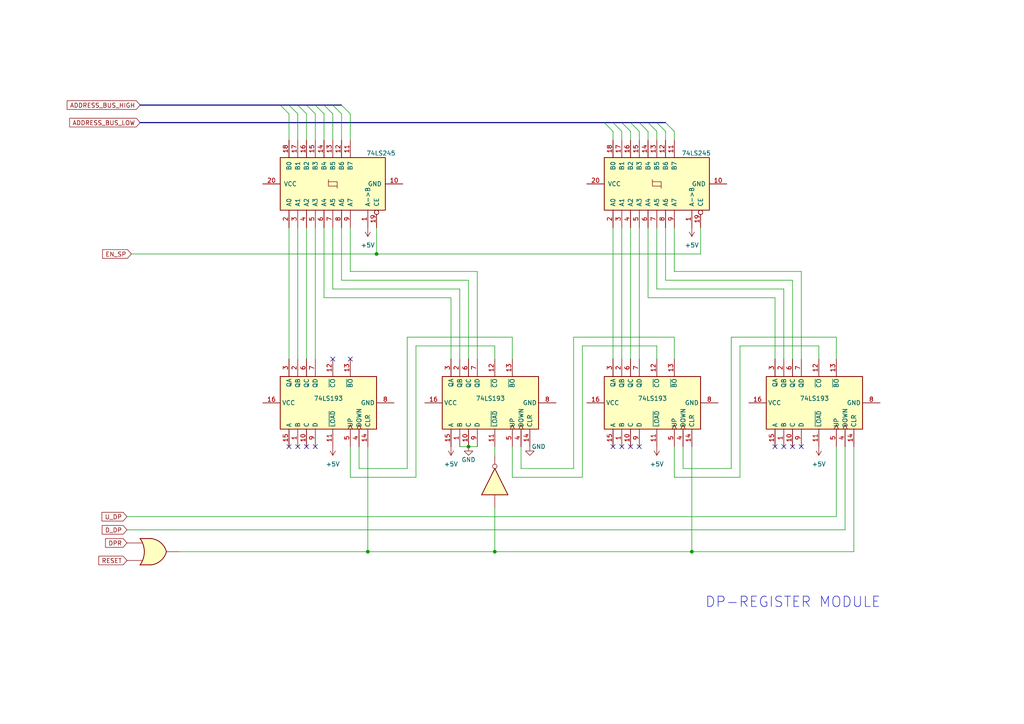
<source format=kicad_sch>
(kicad_sch (version 20230121) (generator eeschema)
  (paper "A4")
  (lib_symbols
    (symbol "74xx:74LS04" (pin_numbers hide)
      (property "Reference" "U" (at 0 1.27 0))
      (property "Value" "74LS04" (at 0 -1.27 0))
      (symbol "74LS04_1_0"
        (polyline (pts (xy -3.81 3.81) (xy -3.81 -3.81) (xy 3.81 0) (xy -3.81 3.81)) (stroke (width 0.254)) (fill (type background)))
        (pin input line (at -7.62 0 0) (length 3.81) (name "~") (number "1"))
        (pin output inverted (at 7.62 0 180) (length 3.81) (name "~") (number "2"))
      )
      (symbol "74LS04_2_0"
        (polyline (pts (xy -3.81 3.81) (xy -3.81 -3.81) (xy 3.81 0) (xy -3.81 3.81)) (stroke (width 0.254)) (fill (type background)))
        (pin input line (at -7.62 0 0) (length 3.81) (name "~") (number "3"))
        (pin output inverted (at 7.62 0 180) (length 3.81) (name "~") (number "4"))
      )
      (symbol "74LS04_3_0"
        (polyline (pts (xy -3.81 3.81) (xy -3.81 -3.81) (xy 3.81 0) (xy -3.81 3.81)) (stroke (width 0.254)) (fill (type background)))
        (pin input line (at -7.62 0 0) (length 3.81) (name "~") (number "5"))
        (pin output inverted (at 7.62 0 180) (length 3.81) (name "~") (number "6"))
      )
      (symbol "74LS04_4_0"
        (polyline (pts (xy -3.81 3.81) (xy -3.81 -3.81) (xy 3.81 0) (xy -3.81 3.81)) (stroke (width 0.254)) (fill (type background)))
        (pin output inverted (at 7.62 0 180) (length 3.81) (name "~") (number "8"))
        (pin input line (at -7.62 0 0) (length 3.81) (name "~") (number "9"))
      )
      (symbol "74LS04_5_0"
        (polyline (pts (xy -3.81 3.81) (xy -3.81 -3.81) (xy 3.81 0) (xy -3.81 3.81)) (stroke (width 0.254)) (fill (type background)))
        (pin output inverted (at 7.62 0 180) (length 3.81) (name "~") (number "10"))
        (pin input line (at -7.62 0 0) (length 3.81) (name "~") (number "11"))
      )
      (symbol "74LS04_6_0"
        (polyline (pts (xy -3.81 3.81) (xy -3.81 -3.81) (xy 3.81 0) (xy -3.81 3.81)) (stroke (width 0.254)) (fill (type background)))
        (pin output inverted (at 7.62 0 180) (length 3.81) (name "~") (number "12"))
        (pin input line (at -7.62 0 0) (length 3.81) (name "~") (number "13"))
      )
      (symbol "74LS04_7_0"
        (pin power_in line (at 0 12.7 270) (length 5.08) (name "VCC") (number "14"))
        (pin power_in line (at 0 -12.7 90) (length 5.08) (name "GND") (number "7"))
      )
      (symbol "74LS04_7_1"
        (rectangle (start -5.08 7.62) (end 5.08 -7.62) (stroke (width 0.254)) (fill (type background)))
      )
    )
    (symbol "74xx:74LS193"
      (property "Reference" "U" (at -7.62 13.97 0))
      (property "Value" "74LS193" (at 5.08 13.97 0))
      (symbol "74LS193_1_0"
        (pin input line (at -12.7 7.62 0) (length 5.08) (name "B") (number "1"))
        (pin input line (at -12.7 5.08 0) (length 5.08) (name "C") (number "10"))
        (pin input line (at -12.7 -2.54 0) (length 5.08) (name "~{LOAD}") (number "11"))
        (pin output line (at 12.7 -2.54 180) (length 5.08) (name "~{CO}") (number "12"))
        (pin output line (at 12.7 -7.62 180) (length 5.08) (name "~{BO}") (number "13"))
        (pin input line (at -12.7 -12.7 0) (length 5.08) (name "CLR") (number "14"))
        (pin input line (at -12.7 10.16 0) (length 5.08) (name "A") (number "15"))
        (pin power_in line (at 0 17.78 270) (length 5.08) (name "VCC") (number "16"))
        (pin output line (at 12.7 7.62 180) (length 5.08) (name "QB") (number "2"))
        (pin output line (at 12.7 10.16 180) (length 5.08) (name "QA") (number "3"))
        (pin input clock (at -12.7 -10.16 0) (length 5.08) (name "DOWN") (number "4"))
        (pin input clock (at -12.7 -7.62 0) (length 5.08) (name "UP") (number "5"))
        (pin output line (at 12.7 5.08 180) (length 5.08) (name "QC") (number "6"))
        (pin output line (at 12.7 2.54 180) (length 5.08) (name "QD") (number "7"))
        (pin power_in line (at 0 -20.32 90) (length 5.08) (name "GND") (number "8"))
        (pin input line (at -12.7 2.54 0) (length 5.08) (name "D") (number "9"))
      )
      (symbol "74LS193_1_1"
        (rectangle (start -7.62 12.7) (end 7.62 -15.24) (stroke (width 0.254)) (fill (type background)))
      )
    )
    (symbol "74xx:74LS245" (pin_names (offset 1.016))
      (property "Reference" "U" (at -7.62 16.51 0))
      (property "Value" "74LS245" (at -7.62 -16.51 0))
      (symbol "74LS245_1_0"
        (polyline (pts (xy -0.635 -1.27) (xy -0.635 1.27) (xy 0.635 1.27)))
        (polyline (pts (xy -1.27 -1.27) (xy 0.635 -1.27) (xy 0.635 1.27) (xy 1.27 1.27)))
        (pin input line (at -12.7 -10.16 0) (length 5.08) (name "A->B") (number "1"))
        (pin power_in line (at 0 -20.32 90) (length 5.08) (name "GND") (number "10"))
        (pin tri_state line (at 12.7 -5.08 180) (length 5.08) (name "B7") (number "11"))
        (pin tri_state line (at 12.7 -2.54 180) (length 5.08) (name "B6") (number "12"))
        (pin tri_state line (at 12.7 0 180) (length 5.08) (name "B5") (number "13"))
        (pin tri_state line (at 12.7 2.54 180) (length 5.08) (name "B4") (number "14"))
        (pin tri_state line (at 12.7 5.08 180) (length 5.08) (name "B3") (number "15"))
        (pin tri_state line (at 12.7 7.62 180) (length 5.08) (name "B2") (number "16"))
        (pin tri_state line (at 12.7 10.16 180) (length 5.08) (name "B1") (number "17"))
        (pin tri_state line (at 12.7 12.7 180) (length 5.08) (name "B0") (number "18"))
        (pin input inverted (at -12.7 -12.7 0) (length 5.08) (name "CE") (number "19"))
        (pin tri_state line (at -12.7 12.7 0) (length 5.08) (name "A0") (number "2"))
        (pin power_in line (at 0 20.32 270) (length 5.08) (name "VCC") (number "20"))
        (pin tri_state line (at -12.7 10.16 0) (length 5.08) (name "A1") (number "3"))
        (pin tri_state line (at -12.7 7.62 0) (length 5.08) (name "A2") (number "4"))
        (pin tri_state line (at -12.7 5.08 0) (length 5.08) (name "A3") (number "5"))
        (pin tri_state line (at -12.7 2.54 0) (length 5.08) (name "A4") (number "6"))
        (pin tri_state line (at -12.7 0 0) (length 5.08) (name "A5") (number "7"))
        (pin tri_state line (at -12.7 -2.54 0) (length 5.08) (name "A6") (number "8"))
        (pin tri_state line (at -12.7 -5.08 0) (length 5.08) (name "A7") (number "9"))
      )
      (symbol "74LS245_1_1"
        (rectangle (start -7.62 15.24) (end 7.62 -15.24) (stroke (width 0.254)) (fill (type background)))
      )
    )
    (symbol "74xx:74LS32" (pin_numbers hide) (pin_names (offset 1.016))
      (property "Reference" "U" (at 0 1.27 0))
      (property "Value" "74LS32" (at 0 -1.27 0))
      (symbol "74LS32_1_1"
        (arc (start -3.81 -3.81) (mid -2.589 0) (end -3.81 3.81) (stroke (width 0.254)))
        (arc (start -0.6096 -3.81) (mid 2.1842 -2.5851) (end 3.81 0) (stroke (width 0.254)) (fill (type background)))
        (polyline (pts (xy -3.81 -3.81) (xy -0.635 -3.81)) (stroke (width 0.254)) (fill (type background)))
        (polyline (pts (xy -3.81 3.81) (xy -0.635 3.81)) (stroke (width 0.254)) (fill (type background)))
        (polyline (pts (xy -0.635 3.81) (xy -3.81 3.81) (xy -3.81 3.81) (xy -3.556 3.4036) (xy -3.0226 2.2606) (xy -2.6924 1.0414) (xy -2.6162 -0.254) (xy -2.7686 -1.4986) (xy -3.175 -2.7178) (xy -3.81 -3.81) (xy -3.81 -3.81) (xy -0.635 -3.81)) (stroke (width -25.4)) (fill (type background)))
        (arc (start 3.81 0) (mid 2.1915 2.5936) (end -0.6096 3.81) (stroke (width 0.254)) (fill (type background)))
        (pin input line (at -7.62 2.54 0) (length 4.318) (name "~") (number "1"))
        (pin input line (at -7.62 -2.54 0) (length 4.318) (name "~") (number "2"))
        (pin output line (at 7.62 0 180) (length 3.81) (name "~") (number "3"))
      )
      (symbol "74LS32_1_2"
        (arc (start 0 -3.81) (mid 3.7934 0) (end 0 3.81) (stroke (width 0.254)) (fill (type background)))
        (polyline (pts (xy 0 3.81) (xy -3.81 3.81) (xy -3.81 -3.81) (xy 0 -3.81)) (stroke (width 0.254)) (fill (type background)))
        (pin input inverted (at -7.62 2.54 0) (length 3.81) (name "~") (number "1"))
        (pin input inverted (at -7.62 -2.54 0) (length 3.81) (name "~") (number "2"))
        (pin output inverted (at 7.62 0 180) (length 3.81) (name "~") (number "3"))
      )
      (symbol "74LS32_2_1"
        (arc (start -3.81 -3.81) (mid -2.589 0) (end -3.81 3.81) (stroke (width 0.254)))
        (arc (start -0.6096 -3.81) (mid 2.1842 -2.5851) (end 3.81 0) (stroke (width 0.254)) (fill (type background)))
        (polyline (pts (xy -3.81 -3.81) (xy -0.635 -3.81)) (stroke (width 0.254)) (fill (type background)))
        (polyline (pts (xy -3.81 3.81) (xy -0.635 3.81)) (stroke (width 0.254)) (fill (type background)))
        (polyline (pts (xy -0.635 3.81) (xy -3.81 3.81) (xy -3.81 3.81) (xy -3.556 3.4036) (xy -3.0226 2.2606) (xy -2.6924 1.0414) (xy -2.6162 -0.254) (xy -2.7686 -1.4986) (xy -3.175 -2.7178) (xy -3.81 -3.81) (xy -3.81 -3.81) (xy -0.635 -3.81)) (stroke (width -25.4)) (fill (type background)))
        (arc (start 3.81 0) (mid 2.1915 2.5936) (end -0.6096 3.81) (stroke (width 0.254)) (fill (type background)))
        (pin input line (at -7.62 2.54 0) (length 4.318) (name "~") (number "4"))
        (pin input line (at -7.62 -2.54 0) (length 4.318) (name "~") (number "5"))
        (pin output line (at 7.62 0 180) (length 3.81) (name "~") (number "6"))
      )
      (symbol "74LS32_2_2"
        (arc (start 0 -3.81) (mid 3.7934 0) (end 0 3.81) (stroke (width 0.254)) (fill (type background)))
        (polyline (pts (xy 0 3.81) (xy -3.81 3.81) (xy -3.81 -3.81) (xy 0 -3.81)) (stroke (width 0.254)) (fill (type background)))
        (pin input inverted (at -7.62 2.54 0) (length 3.81) (name "~") (number "4"))
        (pin input inverted (at -7.62 -2.54 0) (length 3.81) (name "~") (number "5"))
        (pin output inverted (at 7.62 0 180) (length 3.81) (name "~") (number "6"))
      )
      (symbol "74LS32_3_1"
        (arc (start -3.81 -3.81) (mid -2.589 0) (end -3.81 3.81) (stroke (width 0.254)))
        (arc (start -0.6096 -3.81) (mid 2.1842 -2.5851) (end 3.81 0) (stroke (width 0.254)) (fill (type background)))
        (polyline (pts (xy -3.81 -3.81) (xy -0.635 -3.81)) (stroke (width 0.254)) (fill (type background)))
        (polyline (pts (xy -3.81 3.81) (xy -0.635 3.81)) (stroke (width 0.254)) (fill (type background)))
        (polyline (pts (xy -0.635 3.81) (xy -3.81 3.81) (xy -3.81 3.81) (xy -3.556 3.4036) (xy -3.0226 2.2606) (xy -2.6924 1.0414) (xy -2.6162 -0.254) (xy -2.7686 -1.4986) (xy -3.175 -2.7178) (xy -3.81 -3.81) (xy -3.81 -3.81) (xy -0.635 -3.81)) (stroke (width -25.4)) (fill (type background)))
        (arc (start 3.81 0) (mid 2.1915 2.5936) (end -0.6096 3.81) (stroke (width 0.254)) (fill (type background)))
        (pin input line (at -7.62 -2.54 0) (length 4.318) (name "~") (number "10"))
        (pin output line (at 7.62 0 180) (length 3.81) (name "~") (number "8"))
        (pin input line (at -7.62 2.54 0) (length 4.318) (name "~") (number "9"))
      )
      (symbol "74LS32_3_2"
        (arc (start 0 -3.81) (mid 3.7934 0) (end 0 3.81) (stroke (width 0.254)) (fill (type background)))
        (polyline (pts (xy 0 3.81) (xy -3.81 3.81) (xy -3.81 -3.81) (xy 0 -3.81)) (stroke (width 0.254)) (fill (type background)))
        (pin input inverted (at -7.62 -2.54 0) (length 3.81) (name "~") (number "10"))
        (pin output inverted (at 7.62 0 180) (length 3.81) (name "~") (number "8"))
        (pin input inverted (at -7.62 2.54 0) (length 3.81) (name "~") (number "9"))
      )
      (symbol "74LS32_4_1"
        (arc (start -3.81 -3.81) (mid -2.589 0) (end -3.81 3.81) (stroke (width 0.254)))
        (arc (start -0.6096 -3.81) (mid 2.1842 -2.5851) (end 3.81 0) (stroke (width 0.254)) (fill (type background)))
        (polyline (pts (xy -3.81 -3.81) (xy -0.635 -3.81)) (stroke (width 0.254)) (fill (type background)))
        (polyline (pts (xy -3.81 3.81) (xy -0.635 3.81)) (stroke (width 0.254)) (fill (type background)))
        (polyline (pts (xy -0.635 3.81) (xy -3.81 3.81) (xy -3.81 3.81) (xy -3.556 3.4036) (xy -3.0226 2.2606) (xy -2.6924 1.0414) (xy -2.6162 -0.254) (xy -2.7686 -1.4986) (xy -3.175 -2.7178) (xy -3.81 -3.81) (xy -3.81 -3.81) (xy -0.635 -3.81)) (stroke (width -25.4)) (fill (type background)))
        (arc (start 3.81 0) (mid 2.1915 2.5936) (end -0.6096 3.81) (stroke (width 0.254)) (fill (type background)))
        (pin output line (at 7.62 0 180) (length 3.81) (name "~") (number "11"))
        (pin input line (at -7.62 2.54 0) (length 4.318) (name "~") (number "12"))
        (pin input line (at -7.62 -2.54 0) (length 4.318) (name "~") (number "13"))
      )
      (symbol "74LS32_4_2"
        (arc (start 0 -3.81) (mid 3.7934 0) (end 0 3.81) (stroke (width 0.254)) (fill (type background)))
        (polyline (pts (xy 0 3.81) (xy -3.81 3.81) (xy -3.81 -3.81) (xy 0 -3.81)) (stroke (width 0.254)) (fill (type background)))
        (pin output inverted (at 7.62 0 180) (length 3.81) (name "~") (number "11"))
        (pin input inverted (at -7.62 2.54 0) (length 3.81) (name "~") (number "12"))
        (pin input inverted (at -7.62 -2.54 0) (length 3.81) (name "~") (number "13"))
      )
      (symbol "74LS32_5_0"
        (pin power_in line (at 0 12.7 270) (length 5.08) (name "VCC") (number "14"))
        (pin power_in line (at 0 -12.7 90) (length 5.08) (name "GND") (number "7"))
      )
      (symbol "74LS32_5_1"
        (rectangle (start -5.08 7.62) (end 5.08 -7.62) (stroke (width 0.254)) (fill (type background)))
      )
    )
    (symbol "power:+5V" (power) (pin_names (offset 0))
      (property "Value" "+5V" (at 0 3.556 0))
      (symbol "+5V_0_1"
        (polyline (pts (xy -0.762 1.27) (xy 0 2.54)))
        (polyline (pts (xy 0 0) (xy 0 2.54)))
        (polyline (pts (xy 0 2.54) (xy 0.762 1.27)))
      )
      (symbol "+5V_1_1"
        (pin power_in line (at 0 0 90) (length 0) hide (name "+5V") (number "1"))
      )
    )
    (symbol "power:GND" (power) (pin_names (offset 0))
      (property "Value" "GND" (at 0 -3.81 0))
      (symbol "GND_0_1"
        (polyline (pts (xy 0 0) (xy 0 -1.27) (xy 1.27 -1.27) (xy 0 -2.54) (xy -1.27 -1.27) (xy 0 -1.27)))
      )
      (symbol "GND_1_1"
        (pin power_in line (at 0 0 270) (length 0) hide (name "GND") (number "1"))
      )
    )
  )
  (junction (at 143.51 160.02))
  (junction (at 106.68 160.02))
  (junction (at 200.66 160.02))
  (junction (at 135.89 129.54))
  (junction (at 109.22 73.66))
  (no_connect (at 91.44 129.54))
  (no_connect (at 96.52 104.14))
  (no_connect (at 224.79 129.54))
  (no_connect (at 101.6 104.14))
  (no_connect (at 229.87 129.54))
  (no_connect (at 182.88 129.54))
  (no_connect (at 83.82 129.54))
  (no_connect (at 185.42 129.54))
  (no_connect (at 88.9 129.54))
  (no_connect (at 180.34 129.54))
  (no_connect (at 86.36 129.54))
  (no_connect (at 232.41 129.54))
  (no_connect (at 177.8 129.54))
  (no_connect (at 227.33 129.54))
  (bus_entry (at 182.88 35.56) (size 2.54 2.54))
  (bus_entry (at 180.34 35.56) (size 2.54 2.54))
  (bus_entry (at 185.42 35.56) (size 2.54 2.54))
  (bus_entry (at 83.82 30.48) (size 2.54 2.54))
  (bus_entry (at 190.5 35.56) (size 2.54 2.54))
  (bus_entry (at 187.96 35.56) (size 2.54 2.54))
  (bus_entry (at 193.04 35.56) (size 2.54 2.54))
  (bus_entry (at 81.28 30.48) (size 2.54 2.54))
  (bus_entry (at 99.06 30.48) (size 2.54 2.54))
  (bus_entry (at 86.36 30.48) (size 2.54 2.54))
  (bus_entry (at 88.9 30.48) (size 2.54 2.54))
  (bus_entry (at 175.26 35.56) (size 2.54 2.54))
  (bus_entry (at 91.44 30.48) (size 2.54 2.54))
  (bus_entry (at 177.8 35.56) (size 2.54 2.54))
  (bus_entry (at 96.52 30.48) (size 2.54 2.54))
  (bus_entry (at 93.98 30.48) (size 2.54 2.54))
  (wire (pts (xy 36.83 149.86) (xy 242.57 149.86)))
  (bus (pts (xy 182.88 35.56) (xy 185.42 35.56)))
  (wire (pts (xy 99.06 33.02) (xy 99.06 40.64)))
  (bus (pts (xy 180.34 35.56) (xy 182.88 35.56)))
  (wire (pts (xy 185.42 66.04) (xy 185.42 104.14)))
  (wire (pts (xy 237.49 100.33) (xy 214.63 100.33)))
  (wire (pts (xy 224.79 86.36) (xy 224.79 104.14)))
  (wire (pts (xy 195.58 97.79) (xy 166.37 97.79)))
  (bus (pts (xy 88.9 30.48) (xy 91.44 30.48)))
  (wire (pts (xy 38.1 73.66) (xy 109.22 73.66)))
  (wire (pts (xy 106.68 160.02) (xy 143.51 160.02)))
  (bus (pts (xy 96.52 30.48) (xy 99.06 30.48)))
  (wire (pts (xy 86.36 33.02) (xy 86.36 40.64)))
  (wire (pts (xy 190.5 104.14) (xy 190.5 100.33)))
  (wire (pts (xy 187.96 38.1) (xy 187.96 40.64)))
  (wire (pts (xy 88.9 33.02) (xy 88.9 40.64)))
  (wire (pts (xy 237.49 104.14) (xy 237.49 100.33)))
  (wire (pts (xy 190.5 38.1) (xy 190.5 40.64)))
  (wire (pts (xy 52.07 160.02) (xy 106.68 160.02)))
  (wire (pts (xy 180.34 38.1) (xy 180.34 40.64)))
  (wire (pts (xy 166.37 97.79) (xy 166.37 135.89)))
  (bus (pts (xy 187.96 35.56) (xy 190.5 35.56)))
  (wire (pts (xy 214.63 100.33) (xy 214.63 138.43)))
  (wire (pts (xy 195.58 66.04) (xy 195.58 78.74)))
  (wire (pts (xy 101.6 66.04) (xy 101.6 78.74)))
  (wire (pts (xy 212.09 135.89) (xy 212.09 97.79)))
  (bus (pts (xy 83.82 30.48) (xy 86.36 30.48)))
  (wire (pts (xy 242.57 149.86) (xy 242.57 129.54)))
  (wire (pts (xy 99.06 66.04) (xy 99.06 81.28)))
  (wire (pts (xy 212.09 97.79) (xy 242.57 97.79)))
  (wire (pts (xy 195.58 38.1) (xy 195.58 40.64)))
  (wire (pts (xy 120.65 100.33) (xy 120.65 138.43)))
  (wire (pts (xy 93.98 33.02) (xy 93.98 40.64)))
  (wire (pts (xy 187.96 66.04) (xy 187.96 86.36)))
  (wire (pts (xy 232.41 78.74) (xy 232.41 104.14)))
  (bus (pts (xy 177.8 35.56) (xy 180.34 35.56)))
  (wire (pts (xy 166.37 135.89) (xy 151.13 135.89)))
  (wire (pts (xy 133.35 129.54) (xy 135.89 129.54)))
  (wire (pts (xy 109.22 73.66) (xy 203.2 73.66)))
  (wire (pts (xy 168.91 100.33) (xy 168.91 138.43)))
  (wire (pts (xy 203.2 73.66) (xy 203.2 66.04)))
  (wire (pts (xy 104.14 129.54) (xy 104.14 135.89)))
  (wire (pts (xy 104.14 135.89) (xy 118.11 135.89)))
  (wire (pts (xy 148.59 97.79) (xy 148.59 104.14)))
  (bus (pts (xy 91.44 30.48) (xy 93.98 30.48)))
  (wire (pts (xy 193.04 66.04) (xy 193.04 81.28)))
  (wire (pts (xy 195.58 78.74) (xy 232.41 78.74)))
  (wire (pts (xy 193.04 38.1) (xy 193.04 40.64)))
  (wire (pts (xy 242.57 97.79) (xy 242.57 104.14)))
  (wire (pts (xy 143.51 147.32) (xy 143.51 160.02)))
  (wire (pts (xy 182.88 38.1) (xy 182.88 40.64)))
  (bus (pts (xy 40.64 30.48) (xy 81.28 30.48)))
  (wire (pts (xy 120.65 138.43) (xy 101.6 138.43)))
  (wire (pts (xy 195.58 104.14) (xy 195.58 97.79)))
  (wire (pts (xy 148.59 138.43) (xy 148.59 129.54)))
  (wire (pts (xy 118.11 97.79) (xy 148.59 97.79)))
  (bus (pts (xy 40.64 35.56) (xy 175.26 35.56)))
  (bus (pts (xy 81.28 30.48) (xy 83.82 30.48)))
  (wire (pts (xy 143.51 160.02) (xy 200.66 160.02)))
  (wire (pts (xy 200.66 129.54) (xy 200.66 160.02)))
  (wire (pts (xy 143.51 104.14) (xy 143.51 100.33)))
  (wire (pts (xy 195.58 138.43) (xy 195.58 129.54)))
  (wire (pts (xy 109.22 73.66) (xy 109.22 66.04)))
  (wire (pts (xy 83.82 33.02) (xy 83.82 40.64)))
  (wire (pts (xy 93.98 86.36) (xy 130.81 86.36)))
  (wire (pts (xy 182.88 66.04) (xy 182.88 104.14)))
  (wire (pts (xy 138.43 78.74) (xy 138.43 104.14)))
  (wire (pts (xy 91.44 66.04) (xy 91.44 104.14)))
  (wire (pts (xy 101.6 138.43) (xy 101.6 129.54)))
  (wire (pts (xy 83.82 66.04) (xy 83.82 104.14)))
  (wire (pts (xy 91.44 33.02) (xy 91.44 40.64)))
  (wire (pts (xy 214.63 138.43) (xy 195.58 138.43)))
  (wire (pts (xy 168.91 138.43) (xy 148.59 138.43)))
  (wire (pts (xy 36.83 153.67) (xy 245.11 153.67)))
  (wire (pts (xy 86.36 66.04) (xy 86.36 104.14)))
  (wire (pts (xy 106.68 129.54) (xy 106.68 160.02)))
  (wire (pts (xy 198.12 135.89) (xy 212.09 135.89)))
  (wire (pts (xy 135.89 129.54) (xy 138.43 129.54)))
  (wire (pts (xy 177.8 38.1) (xy 177.8 40.64)))
  (wire (pts (xy 118.11 135.89) (xy 118.11 97.79)))
  (wire (pts (xy 99.06 81.28) (xy 135.89 81.28)))
  (wire (pts (xy 193.04 81.28) (xy 229.87 81.28)))
  (wire (pts (xy 190.5 100.33) (xy 168.91 100.33)))
  (wire (pts (xy 177.8 66.04) (xy 177.8 104.14)))
  (wire (pts (xy 198.12 129.54) (xy 198.12 135.89)))
  (bus (pts (xy 185.42 35.56) (xy 187.96 35.56)))
  (wire (pts (xy 190.5 66.04) (xy 190.5 83.82)))
  (wire (pts (xy 93.98 66.04) (xy 93.98 86.36)))
  (wire (pts (xy 245.11 153.67) (xy 245.11 129.54)))
  (bus (pts (xy 86.36 30.48) (xy 88.9 30.48)))
  (wire (pts (xy 101.6 33.02) (xy 101.6 40.64)))
  (wire (pts (xy 229.87 81.28) (xy 229.87 104.14)))
  (wire (pts (xy 101.6 78.74) (xy 138.43 78.74)))
  (wire (pts (xy 227.33 83.82) (xy 227.33 104.14)))
  (wire (pts (xy 135.89 81.28) (xy 135.89 104.14)))
  (wire (pts (xy 143.51 129.54) (xy 143.51 132.08)))
  (bus (pts (xy 93.98 30.48) (xy 96.52 30.48)))
  (wire (pts (xy 187.96 86.36) (xy 224.79 86.36)))
  (wire (pts (xy 88.9 66.04) (xy 88.9 104.14)))
  (wire (pts (xy 151.13 135.89) (xy 151.13 129.54)))
  (wire (pts (xy 133.35 83.82) (xy 133.35 104.14)))
  (wire (pts (xy 130.81 86.36) (xy 130.81 104.14)))
  (wire (pts (xy 190.5 83.82) (xy 227.33 83.82)))
  (wire (pts (xy 247.65 160.02) (xy 247.65 129.54)))
  (wire (pts (xy 96.52 66.04) (xy 96.52 83.82)))
  (bus (pts (xy 190.5 35.56) (xy 193.04 35.56)))
  (wire (pts (xy 96.52 83.82) (xy 133.35 83.82)))
  (wire (pts (xy 180.34 66.04) (xy 180.34 104.14)))
  (bus (pts (xy 175.26 35.56) (xy 177.8 35.56)))
  (wire (pts (xy 185.42 38.1) (xy 185.42 40.64)))
  (wire (pts (xy 200.66 160.02) (xy 247.65 160.02)))
  (wire (pts (xy 143.51 100.33) (xy 120.65 100.33)))
  (wire (pts (xy 96.52 33.02) (xy 96.52 40.64)))
  (text "DP-REGISTER MODULE" (at 204.47 176.53 0) (effects (font (size 3 3)) (justify left bottom)))
  (global_label "EN_SP" (shape input) (at 38.1 73.66 180) (property "Intersheetrefs" "${INTERSHEET_REFS}" (effects hide)))
  (global_label "DPR" (shape input) (at 36.83 157.48 180) (property "Intersheetrefs" "${INTERSHEET_REFS}" (effects hide)))
  (global_label "U_DP" (shape input) (at 36.83 149.86 180) (property "Intersheetrefs" "${INTERSHEET_REFS}" (effects hide)))
  (global_label "ADDRESS_BUS_LOW" (shape input) (at 40.64 35.56 180) (property "Intersheetrefs" "${INTERSHEET_REFS}" (effects hide)))
  (global_label "RESET" (shape input) (at 36.83 162.56 180) (property "Intersheetrefs" "${INTERSHEET_REFS}" (effects hide)))
  (global_label "D_DP" (shape input) (at 36.83 153.67 180) (property "Intersheetrefs" "${INTERSHEET_REFS}" (effects hide)))
  (global_label "ADDRESS_BUS_HIGH" (shape input) (at 40.64 30.48 180) (property "Intersheetrefs" "${INTERSHEET_REFS}" (effects hide)))
  (symbol (lib_id "power:+5V") (at 106.68 66.04 180) (unit 1)
    (property "Reference" "#PWR04" (effects hide))
    (property "Value" "+5V" (at 106.68 71.12 0))
  )
  (symbol (lib_id "74xx:74LS245") (at 96.52 53.34 90) (unit 1)
    (property "Reference" "U3" (effects hide))
    (property "Value" "74LS245" (at 110.49 44.45 90))
    (property "Datasheet" "http://www.ti.com/lit/gpn/sn74LS245" (effects hide))
  )
  (symbol (lib_id "power:+5V") (at 237.49 129.54 180) (unit 1)
    (property "Reference" "#PWR05" (effects hide))
    (property "Value" "+5V" (at 237.49 134.62 0))
  )
  (symbol (lib_id "74xx:74LS193") (at 234.95 116.84 90) (unit 1)
    (property "Reference" "U6" (effects hide))
    (property "Value" "74LS193" (at 236.22 115.57 90))
    (property "Datasheet" "http://www.ti.com/lit/ds/symlink/sn74ls193.pdf" (effects hide))
  )
  (symbol (lib_id "74xx:74LS32") (at 44.45 160.02 0) (unit 1)
    (property "Reference" "U7" (effects hide))
    (property "Value" "74LS32" (effects hide))
    (property "Datasheet" "http://www.ti.com/lit/gpn/sn74LS32" (effects hide))
  )
  (symbol (lib_id "power:+5V") (at 190.5 129.54 180) (unit 1)
    (property "Reference" "#PWR03" (effects hide))
    (property "Value" "+5V" (at 190.5 134.62 0))
  )
  (symbol (lib_id "power:+5V") (at 130.81 129.54 180) (unit 1)
    (property "Reference" "#PWR07" (effects hide))
    (property "Value" "+5V" (at 130.81 134.62 0))
  )
  (symbol (lib_id "74xx:74LS04") (at 143.51 139.7 90) (unit 1)
    (property "Reference" "U4" (effects hide))
    (property "Value" "74LS04" (effects hide))
    (property "Datasheet" "http://www.ti.com/lit/gpn/sn74LS04" (effects hide))
  )
  (symbol (lib_id "74xx:74LS193") (at 140.97 116.84 90) (unit 1)
    (property "Reference" "U5" (effects hide))
    (property "Value" "74LS193" (at 142.24 115.57 90))
    (property "Datasheet" "http://www.ti.com/lit/ds/symlink/sn74ls193.pdf" (effects hide))
  )
  (symbol (lib_id "power:+5V") (at 96.52 129.54 180) (unit 1)
    (property "Reference" "#PWR01" (effects hide))
    (property "Value" "+5V" (at 96.52 134.62 0))
  )
  (symbol (lib_id "74xx:74LS193") (at 187.96 116.84 90) (unit 1)
    (property "Reference" "U2" (effects hide))
    (property "Value" "74LS193" (at 189.23 115.57 90))
    (property "Datasheet" "http://www.ti.com/lit/ds/symlink/sn74ls193.pdf" (effects hide))
  )
  (symbol (lib_id "power:+5V") (at 200.66 66.04 180) (unit 1)
    (property "Reference" "#PWR011" (effects hide))
    (property "Value" "+5V" (at 200.66 71.12 0))
  )
  (symbol (lib_id "74xx:74LS245") (at 190.5 53.34 90) (unit 1)
    (property "Reference" "U9" (effects hide))
    (property "Value" "74LS245" (at 201.93 44.45 90))
    (property "Datasheet" "http://www.ti.com/lit/gpn/sn74LS245" (effects hide))
  )
  (symbol (lib_id "power:GND") (at 153.67 129.54 0) (unit 1)
    (property "Reference" "#PWR02" (effects hide))
    (property "Value" "GND" (at 156.21 129.54 0))
  )
  (symbol (lib_id "74xx:74LS193") (at 93.98 116.84 90) (unit 1)
    (property "Reference" "U1" (effects hide))
    (property "Value" "74LS193" (at 95.25 115.57 90))
    (property "Datasheet" "http://www.ti.com/lit/ds/symlink/sn74ls193.pdf" (effects hide))
  )
  (symbol (lib_id "power:GND") (at 135.89 129.54 0) (unit 1)
    (property "Reference" "#PWR06" (effects hide))
    (property "Value" "GND" (at 135.89 133.35 0))
  )
)
</source>
